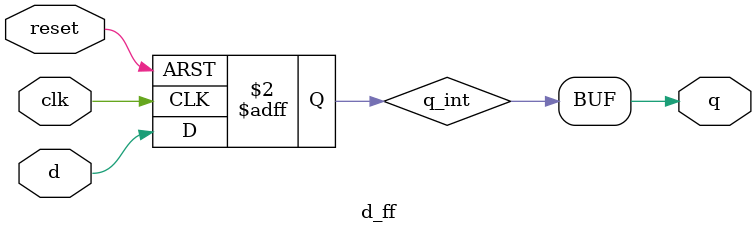
<source format=sv>
module d_ff (
    input logic clk,
    input logic reset,
    input logic d,
    output logic q
);
    logic q_int;

    // Latch maestro con reset asíncrono
    always @(posedge clk or posedge reset) begin
        if (reset)
            q_int <= 1'b0;
        else
            q_int <= d;
    end

    assign q = q_int;
endmodule

</source>
